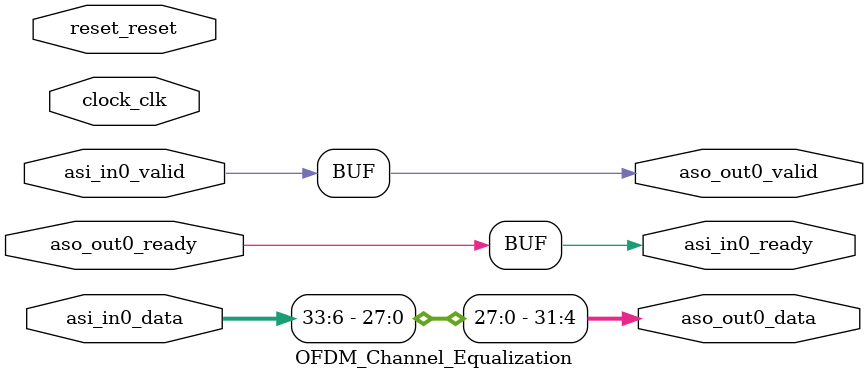
<source format=v>
`timescale 1 ps / 1 ps
module OFDM_Channel_Equalization(
		output wire [31:0] aso_out0_data,  // aso_out0.data
		input  wire        aso_out0_ready, //         .ready
		output wire        aso_out0_valid, //         .valid

		input  wire        clock_clk,      //    clock.clk
		input  wire        reset_reset,    //    reset.reset

		input  wire [33:0] asi_in0_data,   //  asi_in0.data
		output wire        asi_in0_ready,  //         .ready
		input  wire        asi_in0_valid   //         .valid
	);
    assign aso_out0_data[31:18] = asi_in0_data[33:20];
    assign aso_out0_data[17:4] =  asi_in0_data[19:6];
    assign aso_out0_valid= asi_in0_valid;
    assign asi_in0_ready= aso_out0_ready;
endmodule

</source>
